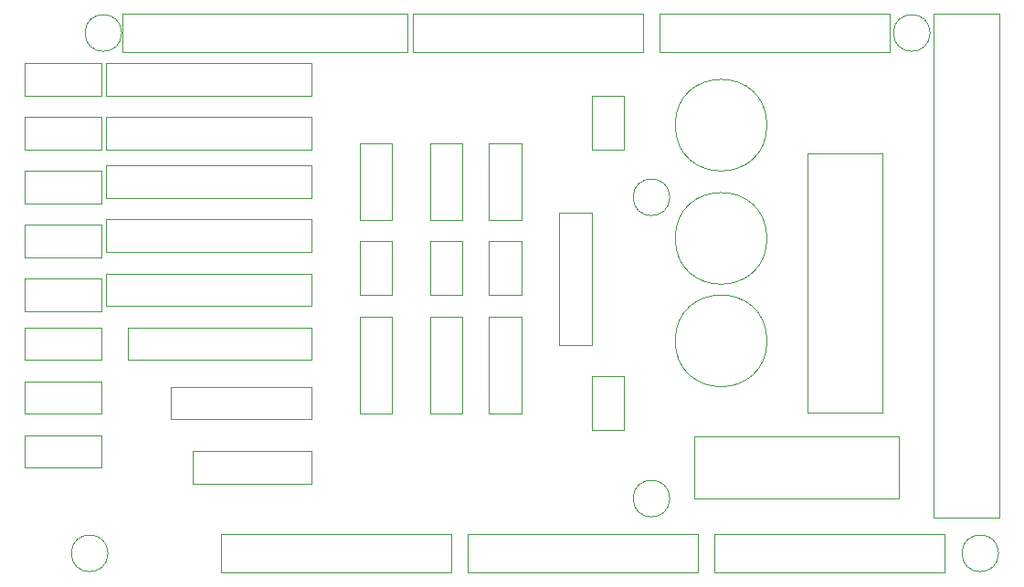
<source format=gbr>
%TF.GenerationSoftware,KiCad,Pcbnew,9.0.3*%
%TF.CreationDate,2026-02-23T11:54:41+01:00*%
%TF.ProjectId,Arduino Shield,41726475-696e-46f2-9053-6869656c642e,rev?*%
%TF.SameCoordinates,Original*%
%TF.FileFunction,Other,User*%
%FSLAX46Y46*%
G04 Gerber Fmt 4.6, Leading zero omitted, Abs format (unit mm)*
G04 Created by KiCad (PCBNEW 9.0.3) date 2026-02-23 11:54:41*
%MOMM*%
%LPD*%
G01*
G04 APERTURE LIST*
%ADD10C,0.050000*%
G04 APERTURE END LIST*
D10*
%TO.C,J7*%
X192220000Y-47430000D02*
X198320000Y-47430000D01*
X192220000Y-94180000D02*
X192220000Y-47430000D01*
X198320000Y-47430000D02*
X198320000Y-94180000D01*
X198320000Y-94180000D02*
X192220000Y-94180000D01*
%TO.C,J1*%
X126140000Y-95710000D02*
X147490000Y-95710000D01*
X126140000Y-99260000D02*
X126140000Y-95710000D01*
X147490000Y-95710000D02*
X147490000Y-99260000D01*
X147490000Y-99260000D02*
X126140000Y-99260000D01*
%TO.C,J3*%
X149000000Y-95710000D02*
X170350000Y-95710000D01*
X149000000Y-99260000D02*
X149000000Y-95710000D01*
X170350000Y-95710000D02*
X170350000Y-99260000D01*
X170350000Y-99260000D02*
X149000000Y-99260000D01*
%TO.C,J5*%
X171860000Y-95710000D02*
X193210000Y-95710000D01*
X171860000Y-99260000D02*
X171860000Y-95710000D01*
X193210000Y-95710000D02*
X193210000Y-99260000D01*
X193210000Y-99260000D02*
X171860000Y-99260000D01*
%TO.C,J2*%
X116996000Y-47450000D02*
X143396000Y-47450000D01*
X116996000Y-51000000D02*
X116996000Y-47450000D01*
X143396000Y-47450000D02*
X143396000Y-51000000D01*
X143396000Y-51000000D02*
X116996000Y-51000000D01*
%TO.C,J4*%
X143920000Y-47450000D02*
X165270000Y-47450000D01*
X143920000Y-51000000D02*
X143920000Y-47450000D01*
X165270000Y-47450000D02*
X165270000Y-51000000D01*
X165270000Y-51000000D02*
X143920000Y-51000000D01*
%TO.C,J6*%
X166780000Y-47450000D02*
X188130000Y-47450000D01*
X166780000Y-51000000D02*
X166780000Y-47450000D01*
X188130000Y-47450000D02*
X188130000Y-51000000D01*
X188130000Y-51000000D02*
X166780000Y-51000000D01*
%TO.C,F1*%
X180530000Y-84400000D02*
X180530000Y-60400000D01*
X180530000Y-84400000D02*
X187470000Y-84400000D01*
X187470000Y-60400000D02*
X180530000Y-60400000D01*
X187470000Y-60400000D02*
X187470000Y-84400000D01*
%TO.C,C15*%
X115050000Y-79500000D02*
X107950000Y-79500000D01*
X107950000Y-76500000D01*
X115050000Y-76500000D01*
X115050000Y-79500000D01*
%TO.C,C8*%
X151000000Y-66550000D02*
X154000000Y-66550000D01*
X154000000Y-59450000D01*
X151000000Y-59450000D01*
X151000000Y-66550000D01*
%TO.C,J22*%
X139000000Y-68500000D02*
X142000000Y-68500000D01*
X139000000Y-73500000D02*
X139000000Y-68500000D01*
X142000000Y-68500000D02*
X142000000Y-73500000D01*
X142000000Y-73500000D02*
X139000000Y-73500000D01*
%TO.C,C9*%
X115050000Y-84500000D02*
X107950000Y-84500000D01*
X107950000Y-81500000D01*
X115050000Y-81500000D01*
X115050000Y-84500000D01*
%TO.C,MH6*%
X198220000Y-97460000D02*
G75*
G02*
X194820000Y-97460000I-1700000J0D01*
G01*
X194820000Y-97460000D02*
G75*
G02*
X198220000Y-97460000I1700000J0D01*
G01*
%TO.C,J9*%
X115500000Y-52000000D02*
X134500000Y-52000000D01*
X115500000Y-55000000D02*
X115500000Y-52000000D01*
X134500000Y-52000000D02*
X134500000Y-55000000D01*
X134500000Y-55000000D02*
X115500000Y-55000000D01*
%TO.C,J19*%
X151000000Y-68500000D02*
X154000000Y-68500000D01*
X151000000Y-73500000D02*
X151000000Y-68500000D01*
X154000000Y-68500000D02*
X154000000Y-73500000D01*
X154000000Y-73500000D02*
X151000000Y-73500000D01*
%TO.C,C7*%
X145500000Y-66550000D02*
X148500000Y-66550000D01*
X148500000Y-59450000D01*
X145500000Y-59450000D01*
X145500000Y-66550000D01*
%TO.C,C13*%
X115050000Y-75000000D02*
X107950000Y-75000000D01*
X107950000Y-72000000D01*
X115050000Y-72000000D01*
X115050000Y-75000000D01*
%TO.C,J14*%
X117500000Y-76500000D02*
X134500000Y-76500000D01*
X117500000Y-79500000D02*
X117500000Y-76500000D01*
X134500000Y-76500000D02*
X134500000Y-79500000D01*
X134500000Y-79500000D02*
X117500000Y-79500000D01*
%TO.C,J12*%
X115500000Y-66500000D02*
X134500000Y-66500000D01*
X115500000Y-69500000D02*
X115500000Y-66500000D01*
X134500000Y-66500000D02*
X134500000Y-69500000D01*
X134500000Y-69500000D02*
X115500000Y-69500000D01*
%TO.C,J21*%
X145500000Y-68500000D02*
X148500000Y-68500000D01*
X145500000Y-73500000D02*
X145500000Y-68500000D01*
X148500000Y-68500000D02*
X148500000Y-73500000D01*
X148500000Y-73500000D02*
X145500000Y-73500000D01*
%TO.C,D1*%
X170030000Y-86650000D02*
X188970000Y-86650000D01*
X188970000Y-92350000D01*
X170030000Y-92350000D01*
X170030000Y-86650000D01*
%TO.C,C2*%
X176750000Y-68250000D02*
G75*
G02*
X168250000Y-68250000I-4250000J0D01*
G01*
X168250000Y-68250000D02*
G75*
G02*
X176750000Y-68250000I4250000J0D01*
G01*
%TO.C,C14*%
X115050000Y-70000000D02*
X107950000Y-70000000D01*
X107950000Y-67000000D01*
X115050000Y-67000000D01*
X115050000Y-70000000D01*
%TO.C,J23*%
X160500000Y-81000000D02*
X163500000Y-81000000D01*
X160500000Y-86000000D02*
X160500000Y-81000000D01*
X163500000Y-81000000D02*
X163500000Y-86000000D01*
X163500000Y-86000000D02*
X160500000Y-86000000D01*
%TO.C,J18*%
X160500000Y-55000000D02*
X163500000Y-55000000D01*
X160500000Y-60000000D02*
X160500000Y-55000000D01*
X163500000Y-55000000D02*
X163500000Y-60000000D01*
X163500000Y-60000000D02*
X160500000Y-60000000D01*
%TO.C,MH1*%
X116940000Y-49200000D02*
G75*
G02*
X113540000Y-49200000I-1700000J0D01*
G01*
X113540000Y-49200000D02*
G75*
G02*
X116940000Y-49200000I1700000J0D01*
G01*
%TO.C,J15*%
X151000000Y-75500000D02*
X154000000Y-75500000D01*
X151000000Y-84500000D02*
X151000000Y-75500000D01*
X154000000Y-75500000D02*
X154000000Y-84500000D01*
X154000000Y-84500000D02*
X151000000Y-84500000D01*
%TO.C,J8*%
X123500000Y-88000000D02*
X134500000Y-88000000D01*
X123500000Y-91000000D02*
X123500000Y-88000000D01*
X134500000Y-88000000D02*
X134500000Y-91000000D01*
X134500000Y-91000000D02*
X123500000Y-91000000D01*
%TO.C,C1*%
X176750000Y-57750000D02*
G75*
G02*
X168250000Y-57750000I-4250000J0D01*
G01*
X168250000Y-57750000D02*
G75*
G02*
X176750000Y-57750000I4250000J0D01*
G01*
%TO.C,C6*%
X139000000Y-66550000D02*
X142000000Y-66550000D01*
X142000000Y-59450000D01*
X139000000Y-59450000D01*
X139000000Y-66550000D01*
%TO.C,C10*%
X115050000Y-55000000D02*
X107950000Y-55000000D01*
X107950000Y-52000000D01*
X115050000Y-52000000D01*
X115050000Y-55000000D01*
%TO.C,C3*%
X176750000Y-77750000D02*
G75*
G02*
X168250000Y-77750000I-4250000J0D01*
G01*
X168250000Y-77750000D02*
G75*
G02*
X176750000Y-77750000I4250000J0D01*
G01*
%TO.C,J10*%
X115500000Y-57000000D02*
X134500000Y-57000000D01*
X115500000Y-60000000D02*
X115500000Y-57000000D01*
X134500000Y-57000000D02*
X134500000Y-60000000D01*
X134500000Y-60000000D02*
X115500000Y-60000000D01*
%TO.C,J11*%
X115500000Y-61500000D02*
X134500000Y-61500000D01*
X115500000Y-64500000D02*
X115500000Y-61500000D01*
X134500000Y-61500000D02*
X134500000Y-64500000D01*
X134500000Y-64500000D02*
X115500000Y-64500000D01*
%TO.C,J17*%
X139000000Y-75500000D02*
X142000000Y-75500000D01*
X139000000Y-84500000D02*
X139000000Y-75500000D01*
X142000000Y-75500000D02*
X142000000Y-84500000D01*
X142000000Y-84500000D02*
X139000000Y-84500000D01*
%TO.C,C11*%
X115050000Y-60000000D02*
X107950000Y-60000000D01*
X107950000Y-57000000D01*
X115050000Y-57000000D01*
X115050000Y-60000000D01*
%TO.C,MH2*%
X115670000Y-97460000D02*
G75*
G02*
X112270000Y-97460000I-1700000J0D01*
G01*
X112270000Y-97460000D02*
G75*
G02*
X115670000Y-97460000I1700000J0D01*
G01*
%TO.C,R1*%
X160500000Y-65870000D02*
X157500000Y-65870000D01*
X157500000Y-78130000D01*
X160500000Y-78130000D01*
X160500000Y-65870000D01*
%TO.C,C4*%
X115050000Y-89500000D02*
X107950000Y-89500000D01*
X107950000Y-86500000D01*
X115050000Y-86500000D01*
X115050000Y-89500000D01*
%TO.C,MH3*%
X167740000Y-64440000D02*
G75*
G02*
X164340000Y-64440000I-1700000J0D01*
G01*
X164340000Y-64440000D02*
G75*
G02*
X167740000Y-64440000I1700000J0D01*
G01*
%TO.C,MH4*%
X167740000Y-92380000D02*
G75*
G02*
X164340000Y-92380000I-1700000J0D01*
G01*
X164340000Y-92380000D02*
G75*
G02*
X167740000Y-92380000I1700000J0D01*
G01*
%TO.C,C12*%
X115050000Y-65000000D02*
X107950000Y-65000000D01*
X107950000Y-62000000D01*
X115050000Y-62000000D01*
X115050000Y-65000000D01*
%TO.C,J16*%
X145500000Y-75500000D02*
X148500000Y-75500000D01*
X145500000Y-84500000D02*
X145500000Y-75500000D01*
X148500000Y-75500000D02*
X148500000Y-84500000D01*
X148500000Y-84500000D02*
X145500000Y-84500000D01*
%TO.C,J13*%
X115500000Y-71500000D02*
X134500000Y-71500000D01*
X115500000Y-74500000D02*
X115500000Y-71500000D01*
X134500000Y-71500000D02*
X134500000Y-74500000D01*
X134500000Y-74500000D02*
X115500000Y-74500000D01*
%TO.C,MH5*%
X191870000Y-49200000D02*
G75*
G02*
X188470000Y-49200000I-1700000J0D01*
G01*
X188470000Y-49200000D02*
G75*
G02*
X191870000Y-49200000I1700000J0D01*
G01*
%TO.C,J20*%
X121500000Y-82000000D02*
X134500000Y-82000000D01*
X121500000Y-85000000D02*
X121500000Y-82000000D01*
X134500000Y-82000000D02*
X134500000Y-85000000D01*
X134500000Y-85000000D02*
X121500000Y-85000000D01*
%TD*%
M02*

</source>
